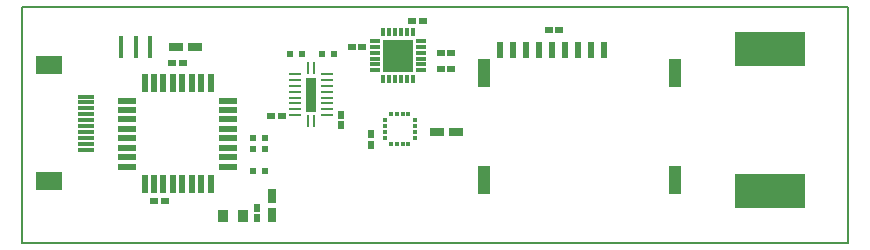
<source format=gtp>
G04*
G04 #@! TF.GenerationSoftware,Altium Limited,Altium Designer,20.0.1 (14)*
G04*
G04 Layer_Color=8421504*
%FSLAX24Y24*%
%MOIN*%
G70*
G01*
G75*
%ADD15C,0.0060*%
%ADD16R,0.0187X0.0197*%
%ADD17R,0.0118X0.0177*%
%ADD18R,0.0177X0.0118*%
%ADD19R,0.0236X0.0591*%
%ADD20R,0.0591X0.0236*%
%ADD21R,0.0453X0.0256*%
%ADD22R,0.2362X0.1181*%
%ADD23R,0.0256X0.0244*%
%ADD24R,0.0433X0.0945*%
%ADD25R,0.0244X0.0551*%
%ADD26R,0.0244X0.0256*%
%ADD27R,0.0114X0.0394*%
%ADD28R,0.0394X0.0114*%
%ADD29R,0.0354X0.1142*%
%ADD30R,0.0157X0.0748*%
%ADD31R,0.0551X0.0118*%
%ADD32R,0.0866X0.0630*%
%ADD33R,0.0256X0.0453*%
%ADD34R,0.0335X0.0413*%
%ADD35R,0.0138X0.0315*%
%ADD36R,0.0335X0.0138*%
%ADD37R,0.1024X0.1063*%
D15*
X27559Y0D02*
Y7874D01*
X0Y0D02*
Y7874D01*
Y0D02*
X27559D01*
X0Y7874D02*
X27559D01*
D16*
X8948Y6300D02*
D03*
X9352D02*
D03*
X9998D02*
D03*
X10402D02*
D03*
X8102Y2400D02*
D03*
X7698D02*
D03*
X8102Y3150D02*
D03*
X7698D02*
D03*
X8102Y3500D02*
D03*
X7698D02*
D03*
D17*
X12305Y4302D02*
D03*
X12502D02*
D03*
X12698D02*
D03*
X12895D02*
D03*
Y3298D02*
D03*
X12698D02*
D03*
X12502D02*
D03*
X12305D02*
D03*
D18*
X13102Y4095D02*
D03*
Y3898D02*
D03*
Y3702D02*
D03*
Y3505D02*
D03*
X12098D02*
D03*
Y3702D02*
D03*
Y3898D02*
D03*
Y4095D02*
D03*
D19*
X6302Y5323D02*
D03*
X5987D02*
D03*
X5672D02*
D03*
X5357D02*
D03*
X5043D02*
D03*
X4728D02*
D03*
X4413D02*
D03*
X4098D02*
D03*
Y1977D02*
D03*
X4413D02*
D03*
X4728D02*
D03*
X5043D02*
D03*
X5357D02*
D03*
X5672D02*
D03*
X5987D02*
D03*
X6302D02*
D03*
D20*
X3527Y4752D02*
D03*
Y4437D02*
D03*
Y4122D02*
D03*
Y3807D02*
D03*
Y3493D02*
D03*
Y3178D02*
D03*
Y2863D02*
D03*
Y2548D02*
D03*
X6873D02*
D03*
Y2863D02*
D03*
Y3178D02*
D03*
Y3493D02*
D03*
Y3807D02*
D03*
Y4122D02*
D03*
Y4437D02*
D03*
Y4752D02*
D03*
D21*
X14465Y3700D02*
D03*
X13835D02*
D03*
X5135Y6550D02*
D03*
X5765D02*
D03*
D22*
X24950Y1738D02*
D03*
Y6462D02*
D03*
D23*
X17577Y7100D02*
D03*
X17923D02*
D03*
X14323Y5800D02*
D03*
X13977D02*
D03*
X14323Y6350D02*
D03*
X13977D02*
D03*
X13373Y7400D02*
D03*
X13027D02*
D03*
X11000Y6550D02*
D03*
X11346D02*
D03*
X8327Y4250D02*
D03*
X8673D02*
D03*
X5373Y6000D02*
D03*
X5027D02*
D03*
X4427Y1400D02*
D03*
X4773D02*
D03*
D24*
X21767Y5663D02*
D03*
Y2119D02*
D03*
X15408D02*
D03*
Y5663D02*
D03*
D25*
X15952Y6450D02*
D03*
X16385D02*
D03*
X16818D02*
D03*
X17251D02*
D03*
X17684D02*
D03*
X18117D02*
D03*
X18550D02*
D03*
X18983D02*
D03*
X19416D02*
D03*
D26*
X10650Y3927D02*
D03*
Y4273D02*
D03*
X7850Y827D02*
D03*
Y1173D02*
D03*
X11650Y3623D02*
D03*
Y3277D02*
D03*
D27*
X9748Y4064D02*
D03*
Y5836D02*
D03*
X9552D02*
D03*
Y4064D02*
D03*
D28*
X10181Y4261D02*
D03*
Y4458D02*
D03*
Y4655D02*
D03*
Y4852D02*
D03*
Y5048D02*
D03*
Y5245D02*
D03*
Y5442D02*
D03*
Y5639D02*
D03*
X9118D02*
D03*
Y5442D02*
D03*
Y5245D02*
D03*
Y5048D02*
D03*
Y4852D02*
D03*
Y4655D02*
D03*
Y4458D02*
D03*
Y4261D02*
D03*
D29*
X9650Y4950D02*
D03*
D30*
X4272Y6550D02*
D03*
X3800D02*
D03*
X3328D02*
D03*
D31*
X2143Y4886D02*
D03*
Y4689D02*
D03*
Y4492D02*
D03*
Y4295D02*
D03*
Y4098D02*
D03*
Y3902D02*
D03*
Y3705D02*
D03*
Y3508D02*
D03*
Y3311D02*
D03*
Y3114D02*
D03*
D32*
X903Y5929D02*
D03*
Y2071D02*
D03*
D33*
X8350Y1565D02*
D03*
Y935D02*
D03*
D34*
X7385Y900D02*
D03*
X6715D02*
D03*
D35*
X12058Y5463D02*
D03*
X12255D02*
D03*
X12452D02*
D03*
X12648D02*
D03*
X12845D02*
D03*
X13042D02*
D03*
Y7037D02*
D03*
X12845D02*
D03*
X12648D02*
D03*
X12452D02*
D03*
X12255D02*
D03*
X12058D02*
D03*
D36*
X13328Y5758D02*
D03*
Y5955D02*
D03*
Y6152D02*
D03*
Y6348D02*
D03*
Y6545D02*
D03*
Y6742D02*
D03*
X11772D02*
D03*
Y6545D02*
D03*
Y6348D02*
D03*
Y6152D02*
D03*
Y5955D02*
D03*
Y5758D02*
D03*
D37*
X12550Y6250D02*
D03*
M02*

</source>
